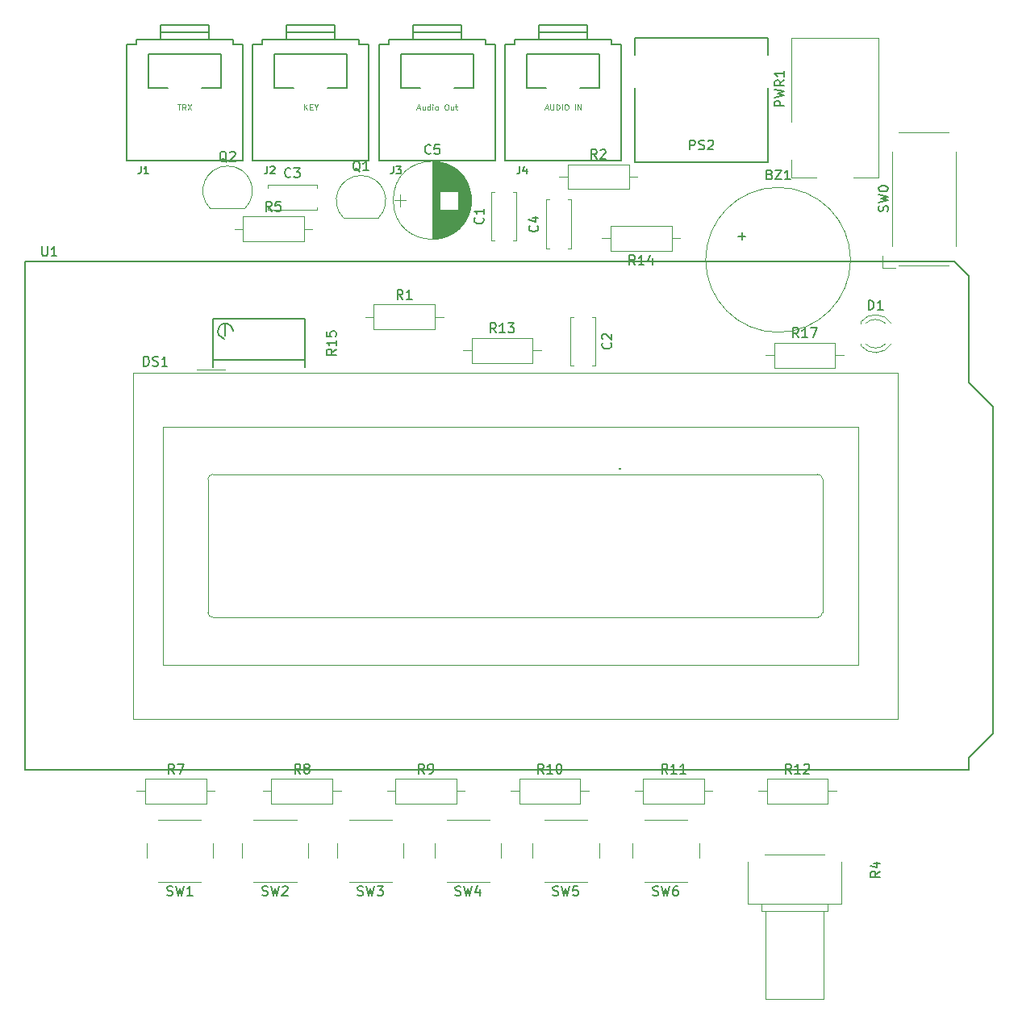
<source format=gto>
G04 #@! TF.FileFunction,Legend,Top*
%FSLAX46Y46*%
G04 Gerber Fmt 4.6, Leading zero omitted, Abs format (unit mm)*
G04 Created by KiCad (PCBNEW 4.0.7-e2-6376~61~ubuntu18.04.1) date Wed Jul 25 19:22:43 2018*
%MOMM*%
%LPD*%
G01*
G04 APERTURE LIST*
%ADD10C,0.100000*%
%ADD11C,0.120000*%
%ADD12C,0.150000*%
G04 APERTURE END LIST*
D10*
D11*
X166650000Y-82250000D02*
G75*
G03X166650000Y-82250000I-7600000J0D01*
G01*
X126840000Y-76000000D02*
G75*
G03X126840000Y-76000000I-4090000J0D01*
G01*
X122750000Y-71950000D02*
X122750000Y-80050000D01*
X122790000Y-71950000D02*
X122790000Y-80050000D01*
X122830000Y-71950000D02*
X122830000Y-80050000D01*
X122870000Y-71951000D02*
X122870000Y-80049000D01*
X122910000Y-71953000D02*
X122910000Y-80047000D01*
X122950000Y-71954000D02*
X122950000Y-80046000D01*
X122990000Y-71957000D02*
X122990000Y-80043000D01*
X123030000Y-71959000D02*
X123030000Y-80041000D01*
X123070000Y-71962000D02*
X123070000Y-80038000D01*
X123110000Y-71965000D02*
X123110000Y-80035000D01*
X123150000Y-71969000D02*
X123150000Y-80031000D01*
X123190000Y-71973000D02*
X123190000Y-80027000D01*
X123230000Y-71978000D02*
X123230000Y-80022000D01*
X123270000Y-71983000D02*
X123270000Y-80017000D01*
X123310000Y-71988000D02*
X123310000Y-80012000D01*
X123350000Y-71994000D02*
X123350000Y-80006000D01*
X123390000Y-72000000D02*
X123390000Y-80000000D01*
X123430000Y-72006000D02*
X123430000Y-79994000D01*
X123471000Y-72013000D02*
X123471000Y-79987000D01*
X123511000Y-72021000D02*
X123511000Y-79979000D01*
X123551000Y-72029000D02*
X123551000Y-75020000D01*
X123551000Y-76980000D02*
X123551000Y-79971000D01*
X123591000Y-72037000D02*
X123591000Y-75020000D01*
X123591000Y-76980000D02*
X123591000Y-79963000D01*
X123631000Y-72045000D02*
X123631000Y-75020000D01*
X123631000Y-76980000D02*
X123631000Y-79955000D01*
X123671000Y-72054000D02*
X123671000Y-75020000D01*
X123671000Y-76980000D02*
X123671000Y-79946000D01*
X123711000Y-72064000D02*
X123711000Y-75020000D01*
X123711000Y-76980000D02*
X123711000Y-79936000D01*
X123751000Y-72074000D02*
X123751000Y-75020000D01*
X123751000Y-76980000D02*
X123751000Y-79926000D01*
X123791000Y-72084000D02*
X123791000Y-75020000D01*
X123791000Y-76980000D02*
X123791000Y-79916000D01*
X123831000Y-72095000D02*
X123831000Y-75020000D01*
X123831000Y-76980000D02*
X123831000Y-79905000D01*
X123871000Y-72106000D02*
X123871000Y-75020000D01*
X123871000Y-76980000D02*
X123871000Y-79894000D01*
X123911000Y-72117000D02*
X123911000Y-75020000D01*
X123911000Y-76980000D02*
X123911000Y-79883000D01*
X123951000Y-72130000D02*
X123951000Y-75020000D01*
X123951000Y-76980000D02*
X123951000Y-79870000D01*
X123991000Y-72142000D02*
X123991000Y-75020000D01*
X123991000Y-76980000D02*
X123991000Y-79858000D01*
X124031000Y-72155000D02*
X124031000Y-75020000D01*
X124031000Y-76980000D02*
X124031000Y-79845000D01*
X124071000Y-72168000D02*
X124071000Y-75020000D01*
X124071000Y-76980000D02*
X124071000Y-79832000D01*
X124111000Y-72182000D02*
X124111000Y-75020000D01*
X124111000Y-76980000D02*
X124111000Y-79818000D01*
X124151000Y-72197000D02*
X124151000Y-75020000D01*
X124151000Y-76980000D02*
X124151000Y-79803000D01*
X124191000Y-72211000D02*
X124191000Y-75020000D01*
X124191000Y-76980000D02*
X124191000Y-79789000D01*
X124231000Y-72227000D02*
X124231000Y-75020000D01*
X124231000Y-76980000D02*
X124231000Y-79773000D01*
X124271000Y-72242000D02*
X124271000Y-75020000D01*
X124271000Y-76980000D02*
X124271000Y-79758000D01*
X124311000Y-72259000D02*
X124311000Y-75020000D01*
X124311000Y-76980000D02*
X124311000Y-79741000D01*
X124351000Y-72275000D02*
X124351000Y-75020000D01*
X124351000Y-76980000D02*
X124351000Y-79725000D01*
X124391000Y-72293000D02*
X124391000Y-75020000D01*
X124391000Y-76980000D02*
X124391000Y-79707000D01*
X124431000Y-72310000D02*
X124431000Y-75020000D01*
X124431000Y-76980000D02*
X124431000Y-79690000D01*
X124471000Y-72329000D02*
X124471000Y-75020000D01*
X124471000Y-76980000D02*
X124471000Y-79671000D01*
X124511000Y-72348000D02*
X124511000Y-75020000D01*
X124511000Y-76980000D02*
X124511000Y-79652000D01*
X124551000Y-72367000D02*
X124551000Y-75020000D01*
X124551000Y-76980000D02*
X124551000Y-79633000D01*
X124591000Y-72387000D02*
X124591000Y-75020000D01*
X124591000Y-76980000D02*
X124591000Y-79613000D01*
X124631000Y-72407000D02*
X124631000Y-75020000D01*
X124631000Y-76980000D02*
X124631000Y-79593000D01*
X124671000Y-72428000D02*
X124671000Y-75020000D01*
X124671000Y-76980000D02*
X124671000Y-79572000D01*
X124711000Y-72450000D02*
X124711000Y-75020000D01*
X124711000Y-76980000D02*
X124711000Y-79550000D01*
X124751000Y-72472000D02*
X124751000Y-75020000D01*
X124751000Y-76980000D02*
X124751000Y-79528000D01*
X124791000Y-72495000D02*
X124791000Y-75020000D01*
X124791000Y-76980000D02*
X124791000Y-79505000D01*
X124831000Y-72518000D02*
X124831000Y-75020000D01*
X124831000Y-76980000D02*
X124831000Y-79482000D01*
X124871000Y-72542000D02*
X124871000Y-75020000D01*
X124871000Y-76980000D02*
X124871000Y-79458000D01*
X124911000Y-72566000D02*
X124911000Y-75020000D01*
X124911000Y-76980000D02*
X124911000Y-79434000D01*
X124951000Y-72592000D02*
X124951000Y-75020000D01*
X124951000Y-76980000D02*
X124951000Y-79408000D01*
X124991000Y-72617000D02*
X124991000Y-75020000D01*
X124991000Y-76980000D02*
X124991000Y-79383000D01*
X125031000Y-72644000D02*
X125031000Y-75020000D01*
X125031000Y-76980000D02*
X125031000Y-79356000D01*
X125071000Y-72671000D02*
X125071000Y-75020000D01*
X125071000Y-76980000D02*
X125071000Y-79329000D01*
X125111000Y-72699000D02*
X125111000Y-75020000D01*
X125111000Y-76980000D02*
X125111000Y-79301000D01*
X125151000Y-72728000D02*
X125151000Y-75020000D01*
X125151000Y-76980000D02*
X125151000Y-79272000D01*
X125191000Y-72757000D02*
X125191000Y-75020000D01*
X125191000Y-76980000D02*
X125191000Y-79243000D01*
X125231000Y-72787000D02*
X125231000Y-75020000D01*
X125231000Y-76980000D02*
X125231000Y-79213000D01*
X125271000Y-72818000D02*
X125271000Y-75020000D01*
X125271000Y-76980000D02*
X125271000Y-79182000D01*
X125311000Y-72850000D02*
X125311000Y-75020000D01*
X125311000Y-76980000D02*
X125311000Y-79150000D01*
X125351000Y-72882000D02*
X125351000Y-75020000D01*
X125351000Y-76980000D02*
X125351000Y-79118000D01*
X125391000Y-72916000D02*
X125391000Y-75020000D01*
X125391000Y-76980000D02*
X125391000Y-79084000D01*
X125431000Y-72950000D02*
X125431000Y-75020000D01*
X125431000Y-76980000D02*
X125431000Y-79050000D01*
X125471000Y-72985000D02*
X125471000Y-75020000D01*
X125471000Y-76980000D02*
X125471000Y-79015000D01*
X125511000Y-73021000D02*
X125511000Y-78979000D01*
X125551000Y-73058000D02*
X125551000Y-78942000D01*
X125591000Y-73096000D02*
X125591000Y-78904000D01*
X125631000Y-73135000D02*
X125631000Y-78865000D01*
X125671000Y-73176000D02*
X125671000Y-78824000D01*
X125711000Y-73217000D02*
X125711000Y-78783000D01*
X125751000Y-73260000D02*
X125751000Y-78740000D01*
X125791000Y-73303000D02*
X125791000Y-78697000D01*
X125831000Y-73348000D02*
X125831000Y-78652000D01*
X125871000Y-73395000D02*
X125871000Y-78605000D01*
X125911000Y-73443000D02*
X125911000Y-78557000D01*
X125951000Y-73492000D02*
X125951000Y-78508000D01*
X125991000Y-73543000D02*
X125991000Y-78457000D01*
X126031000Y-73596000D02*
X126031000Y-78404000D01*
X126071000Y-73651000D02*
X126071000Y-78349000D01*
X126111000Y-73707000D02*
X126111000Y-78293000D01*
X126151000Y-73766000D02*
X126151000Y-78234000D01*
X126191000Y-73827000D02*
X126191000Y-78173000D01*
X126231000Y-73891000D02*
X126231000Y-78109000D01*
X126271000Y-73957000D02*
X126271000Y-78043000D01*
X126311000Y-74026000D02*
X126311000Y-77974000D01*
X126351000Y-74098000D02*
X126351000Y-77902000D01*
X126391000Y-74174000D02*
X126391000Y-77826000D01*
X126431000Y-74255000D02*
X126431000Y-77745000D01*
X126471000Y-74340000D02*
X126471000Y-77660000D01*
X126511000Y-74430000D02*
X126511000Y-77570000D01*
X126551000Y-74527000D02*
X126551000Y-77473000D01*
X126591000Y-74631000D02*
X126591000Y-77369000D01*
X126631000Y-74746000D02*
X126631000Y-77254000D01*
X126671000Y-74873000D02*
X126671000Y-77127000D01*
X126711000Y-75017000D02*
X126711000Y-76983000D01*
X126751000Y-75186000D02*
X126751000Y-76814000D01*
X126791000Y-75402000D02*
X126791000Y-76598000D01*
X126831000Y-75754000D02*
X126831000Y-76246000D01*
X118800000Y-76000000D02*
X120000000Y-76000000D01*
X119400000Y-75350000D02*
X119400000Y-76650000D01*
D12*
X158010400Y-58997600D02*
X158010400Y-60775600D01*
X143989600Y-64230000D02*
X143989600Y-72002400D01*
X143989600Y-72002400D02*
X158010400Y-72002400D01*
X158010400Y-72002400D02*
X158010400Y-64230000D01*
X158010400Y-58997600D02*
X143989600Y-58997600D01*
X143989600Y-58997600D02*
X143989600Y-60775600D01*
D11*
X113470000Y-77850000D02*
X117070000Y-77850000D01*
X113431522Y-77838478D02*
G75*
G02X115270000Y-73400000I1838478J1838478D01*
G01*
X117108478Y-77838478D02*
G75*
G03X115270000Y-73400000I-1838478J1838478D01*
G01*
X99470000Y-76850000D02*
X103070000Y-76850000D01*
X99431522Y-76838478D02*
G75*
G02X101270000Y-72400000I1838478J1838478D01*
G01*
X103108478Y-76838478D02*
G75*
G03X101270000Y-72400000I-1838478J1838478D01*
G01*
X116620000Y-86940000D02*
X116620000Y-89560000D01*
X116620000Y-89560000D02*
X123040000Y-89560000D01*
X123040000Y-89560000D02*
X123040000Y-86940000D01*
X123040000Y-86940000D02*
X116620000Y-86940000D01*
X115730000Y-88250000D02*
X116620000Y-88250000D01*
X123930000Y-88250000D02*
X123040000Y-88250000D01*
X136970000Y-72220000D02*
X136970000Y-74840000D01*
X136970000Y-74840000D02*
X143390000Y-74840000D01*
X143390000Y-74840000D02*
X143390000Y-72220000D01*
X143390000Y-72220000D02*
X136970000Y-72220000D01*
X136080000Y-73530000D02*
X136970000Y-73530000D01*
X144280000Y-73530000D02*
X143390000Y-73530000D01*
X165660000Y-145445000D02*
X165660000Y-149810000D01*
X155840000Y-145445000D02*
X155840000Y-149810000D01*
X163875000Y-144690000D02*
X157625000Y-144690000D01*
X165660000Y-149810000D02*
X155840000Y-149810000D01*
X164210000Y-149810000D02*
X164210000Y-150610000D01*
X157290000Y-149810000D02*
X157290000Y-150610000D01*
X164210000Y-149810000D02*
X157290000Y-149810000D01*
X164210000Y-150610000D02*
X157290000Y-150610000D01*
X163810000Y-150610000D02*
X163810000Y-159810000D01*
X157690000Y-150610000D02*
X157690000Y-159810000D01*
X163810000Y-150610000D02*
X157690000Y-150610000D01*
X163810000Y-159810000D02*
X157690000Y-159810000D01*
X102870000Y-77690000D02*
X102870000Y-80310000D01*
X102870000Y-80310000D02*
X109290000Y-80310000D01*
X109290000Y-80310000D02*
X109290000Y-77690000D01*
X109290000Y-77690000D02*
X102870000Y-77690000D01*
X101980000Y-79000000D02*
X102870000Y-79000000D01*
X110180000Y-79000000D02*
X109290000Y-79000000D01*
X92620000Y-136690000D02*
X92620000Y-139310000D01*
X92620000Y-139310000D02*
X99040000Y-139310000D01*
X99040000Y-139310000D02*
X99040000Y-136690000D01*
X99040000Y-136690000D02*
X92620000Y-136690000D01*
X91730000Y-138000000D02*
X92620000Y-138000000D01*
X99930000Y-138000000D02*
X99040000Y-138000000D01*
X105870000Y-136690000D02*
X105870000Y-139310000D01*
X105870000Y-139310000D02*
X112290000Y-139310000D01*
X112290000Y-139310000D02*
X112290000Y-136690000D01*
X112290000Y-136690000D02*
X105870000Y-136690000D01*
X104980000Y-138000000D02*
X105870000Y-138000000D01*
X113180000Y-138000000D02*
X112290000Y-138000000D01*
X118870000Y-136690000D02*
X118870000Y-139310000D01*
X118870000Y-139310000D02*
X125290000Y-139310000D01*
X125290000Y-139310000D02*
X125290000Y-136690000D01*
X125290000Y-136690000D02*
X118870000Y-136690000D01*
X117980000Y-138000000D02*
X118870000Y-138000000D01*
X126180000Y-138000000D02*
X125290000Y-138000000D01*
X131870000Y-136690000D02*
X131870000Y-139310000D01*
X131870000Y-139310000D02*
X138290000Y-139310000D01*
X138290000Y-139310000D02*
X138290000Y-136690000D01*
X138290000Y-136690000D02*
X131870000Y-136690000D01*
X130980000Y-138000000D02*
X131870000Y-138000000D01*
X139180000Y-138000000D02*
X138290000Y-138000000D01*
X144870000Y-136690000D02*
X144870000Y-139310000D01*
X144870000Y-139310000D02*
X151290000Y-139310000D01*
X151290000Y-139310000D02*
X151290000Y-136690000D01*
X151290000Y-136690000D02*
X144870000Y-136690000D01*
X143980000Y-138000000D02*
X144870000Y-138000000D01*
X152180000Y-138000000D02*
X151290000Y-138000000D01*
X157870000Y-136690000D02*
X157870000Y-139310000D01*
X157870000Y-139310000D02*
X164290000Y-139310000D01*
X164290000Y-139310000D02*
X164290000Y-136690000D01*
X164290000Y-136690000D02*
X157870000Y-136690000D01*
X156980000Y-138000000D02*
X157870000Y-138000000D01*
X165180000Y-138000000D02*
X164290000Y-138000000D01*
X126870000Y-90440000D02*
X126870000Y-93060000D01*
X126870000Y-93060000D02*
X133290000Y-93060000D01*
X133290000Y-93060000D02*
X133290000Y-90440000D01*
X133290000Y-90440000D02*
X126870000Y-90440000D01*
X125980000Y-91750000D02*
X126870000Y-91750000D01*
X134180000Y-91750000D02*
X133290000Y-91750000D01*
X147880000Y-81310000D02*
X147880000Y-78690000D01*
X147880000Y-78690000D02*
X141460000Y-78690000D01*
X141460000Y-78690000D02*
X141460000Y-81310000D01*
X141460000Y-81310000D02*
X147880000Y-81310000D01*
X148770000Y-80000000D02*
X147880000Y-80000000D01*
X140570000Y-80000000D02*
X141460000Y-80000000D01*
X98500000Y-141000000D02*
X94000000Y-141000000D01*
X99750000Y-145000000D02*
X99750000Y-143500000D01*
X94000000Y-147500000D02*
X98500000Y-147500000D01*
X92750000Y-143500000D02*
X92750000Y-145000000D01*
X108500000Y-141000000D02*
X104000000Y-141000000D01*
X109750000Y-145000000D02*
X109750000Y-143500000D01*
X104000000Y-147500000D02*
X108500000Y-147500000D01*
X102750000Y-143500000D02*
X102750000Y-145000000D01*
X118500000Y-141000000D02*
X114000000Y-141000000D01*
X119750000Y-145000000D02*
X119750000Y-143500000D01*
X114000000Y-147500000D02*
X118500000Y-147500000D01*
X112750000Y-143500000D02*
X112750000Y-145000000D01*
X128750000Y-141000000D02*
X124250000Y-141000000D01*
X130000000Y-145000000D02*
X130000000Y-143500000D01*
X124250000Y-147500000D02*
X128750000Y-147500000D01*
X123000000Y-143500000D02*
X123000000Y-145000000D01*
X139000000Y-141000000D02*
X134500000Y-141000000D01*
X140250000Y-145000000D02*
X140250000Y-143500000D01*
X134500000Y-147500000D02*
X139000000Y-147500000D01*
X133250000Y-143500000D02*
X133250000Y-145000000D01*
X149500000Y-141000000D02*
X145000000Y-141000000D01*
X150750000Y-145000000D02*
X150750000Y-143500000D01*
X145000000Y-147500000D02*
X149500000Y-147500000D01*
X143750000Y-143500000D02*
X143750000Y-145000000D01*
D12*
X80000000Y-82410000D02*
X80000000Y-135750000D01*
X179060000Y-95110000D02*
X179060000Y-83934000D01*
X181600000Y-97650000D02*
X179060000Y-95110000D01*
X181600000Y-131940000D02*
X181600000Y-97650000D01*
X179060000Y-134480000D02*
X181600000Y-131940000D01*
X179060000Y-135750000D02*
X179060000Y-134480000D01*
X177536000Y-82410000D02*
X179060000Y-83934000D01*
X80000000Y-135750000D02*
X179060000Y-135750000D01*
X80000000Y-82410000D02*
X177536000Y-82410000D01*
D11*
X160400000Y-67750000D02*
X160400000Y-58950000D01*
X160400000Y-58950000D02*
X169600000Y-58950000D01*
X163100000Y-73650000D02*
X160400000Y-73650000D01*
X160400000Y-73650000D02*
X160400000Y-71750000D01*
X169600000Y-58950000D02*
X169600000Y-73650000D01*
X169600000Y-73650000D02*
X167000000Y-73650000D01*
X128950000Y-80220000D02*
X128950000Y-75100000D01*
X131570000Y-80220000D02*
X131570000Y-75100000D01*
X128950000Y-80220000D02*
X129264000Y-80220000D01*
X131256000Y-80220000D02*
X131570000Y-80220000D01*
X128950000Y-75100000D02*
X129264000Y-75100000D01*
X131256000Y-75100000D02*
X131570000Y-75100000D01*
X139870000Y-88230000D02*
X139870000Y-93350000D01*
X137250000Y-88230000D02*
X137250000Y-93350000D01*
X139870000Y-88230000D02*
X139556000Y-88230000D01*
X137564000Y-88230000D02*
X137250000Y-88230000D01*
X139870000Y-93350000D02*
X139556000Y-93350000D01*
X137564000Y-93350000D02*
X137250000Y-93350000D01*
X105500000Y-74410000D02*
X110620000Y-74410000D01*
X105500000Y-77030000D02*
X110620000Y-77030000D01*
X105500000Y-74410000D02*
X105500000Y-74724000D01*
X105500000Y-76716000D02*
X105500000Y-77030000D01*
X110620000Y-74410000D02*
X110620000Y-74724000D01*
X110620000Y-76716000D02*
X110620000Y-77030000D01*
X134690000Y-81060000D02*
X134690000Y-75940000D01*
X137310000Y-81060000D02*
X137310000Y-75940000D01*
X134690000Y-81060000D02*
X135004000Y-81060000D01*
X136996000Y-81060000D02*
X137310000Y-81060000D01*
X134690000Y-75940000D02*
X135004000Y-75940000D01*
X136996000Y-75940000D02*
X137310000Y-75940000D01*
D12*
X101034000Y-88958000D02*
X101034000Y-90228000D01*
X101821400Y-89707300D02*
X101783300Y-89453300D01*
X101783300Y-89453300D02*
X101605500Y-89173900D01*
X101605500Y-89173900D02*
X101288000Y-88958000D01*
X101288000Y-88958000D02*
X100843500Y-88945300D01*
X100843500Y-88945300D02*
X100487900Y-89148500D01*
X100487900Y-89148500D02*
X100310100Y-89440600D01*
X100310100Y-89440600D02*
X100259300Y-89758100D01*
X100259300Y-89758100D02*
X100360900Y-90164500D01*
X100360900Y-90164500D02*
X100703800Y-90418500D01*
X100703800Y-90418500D02*
X100881600Y-90507400D01*
X109416000Y-92768000D02*
X99764000Y-92768000D01*
X99764000Y-89720000D02*
X99764000Y-88450000D01*
X99764000Y-88450000D02*
X109416000Y-88450000D01*
X109416000Y-88450000D02*
X109416000Y-93530000D01*
X99764000Y-93530000D02*
X99764000Y-90990000D01*
X99764000Y-90990000D02*
X99764000Y-89720000D01*
D11*
X170040000Y-83130000D02*
X170040000Y-81830000D01*
X171340000Y-83130000D02*
X170040000Y-83130000D01*
X177690000Y-70880000D02*
X177690000Y-80780000D01*
X170990000Y-80780000D02*
X170990000Y-70880000D01*
X176940000Y-82830000D02*
X171740000Y-82830000D01*
X171740000Y-68830000D02*
X176940000Y-68830000D01*
X170942335Y-88921392D02*
G75*
G03X167710000Y-88764484I-1672335J-1078608D01*
G01*
X170942335Y-91078608D02*
G75*
G02X167710000Y-91235516I-1672335J1078608D01*
G01*
X170311130Y-88920163D02*
G75*
G03X168229039Y-88920000I-1041130J-1079837D01*
G01*
X170311130Y-91079837D02*
G75*
G02X168229039Y-91080000I-1041130J1079837D01*
G01*
X167710000Y-88764000D02*
X167710000Y-88920000D01*
X167710000Y-91080000D02*
X167710000Y-91236000D01*
X158620000Y-90940000D02*
X158620000Y-93560000D01*
X158620000Y-93560000D02*
X165040000Y-93560000D01*
X165040000Y-93560000D02*
X165040000Y-90940000D01*
X165040000Y-90940000D02*
X158620000Y-90940000D01*
X157730000Y-92250000D02*
X158620000Y-92250000D01*
X165930000Y-92250000D02*
X165040000Y-92250000D01*
X91360000Y-130390000D02*
X171640000Y-130390000D01*
X171640000Y-130390000D02*
X171640000Y-94110000D01*
X171640000Y-94110000D02*
X92160000Y-94110000D01*
X91360000Y-94110000D02*
X91360000Y-130390000D01*
X91370000Y-94110000D02*
X92160000Y-94110000D01*
X98000000Y-93750000D02*
X101000000Y-93750000D01*
X99700000Y-104750000D02*
X163200000Y-104750000D01*
X99200280Y-119249320D02*
X99200280Y-105250000D01*
X163200660Y-119750000D02*
X99700000Y-119750000D01*
X163700000Y-105250000D02*
X163700000Y-119250000D01*
X163700000Y-105250000D02*
G75*
G03X163200000Y-104750000I-500000J0D01*
G01*
X163200660Y-119749700D02*
G75*
G03X163701040Y-119249320I0J500380D01*
G01*
X99200280Y-119249320D02*
G75*
G03X99700660Y-119749700I500380J0D01*
G01*
X99700660Y-104748460D02*
G75*
G03X99200280Y-105248840I0J-500380D01*
G01*
X94500000Y-99750000D02*
X167500000Y-99750000D01*
X167500000Y-99750000D02*
X167500000Y-124750000D01*
X167500000Y-124750000D02*
X94500000Y-124750000D01*
X94500000Y-124750000D02*
X94500000Y-99750000D01*
D12*
X121472000Y-64226000D02*
X119440000Y-64226000D01*
X119440000Y-64226000D02*
X119440000Y-60670000D01*
X119440000Y-60670000D02*
X127060000Y-60670000D01*
X127060000Y-60670000D02*
X127060000Y-64226000D01*
X127060000Y-64226000D02*
X125028000Y-64226000D01*
X118170000Y-59654000D02*
X117154000Y-59654000D01*
X129346000Y-59654000D02*
X128330000Y-59654000D01*
X120710000Y-57622000D02*
X120710000Y-59146000D01*
X125790000Y-59146000D02*
X125790000Y-57622000D01*
X120710000Y-58384000D02*
X125790000Y-58384000D01*
X118170000Y-59654000D02*
X118170000Y-59400000D01*
X118170000Y-59400000D02*
X118170000Y-59146000D01*
X118170000Y-59146000D02*
X128330000Y-59146000D01*
X128330000Y-59146000D02*
X128330000Y-59654000D01*
X120710000Y-57622000D02*
X125790000Y-57622000D01*
X117154000Y-71846000D02*
X117154000Y-59654000D01*
X129346000Y-59654000D02*
X129346000Y-71846000D01*
X129346000Y-71846000D02*
X117154000Y-71846000D01*
X94972000Y-64226000D02*
X92940000Y-64226000D01*
X92940000Y-64226000D02*
X92940000Y-60670000D01*
X92940000Y-60670000D02*
X100560000Y-60670000D01*
X100560000Y-60670000D02*
X100560000Y-64226000D01*
X100560000Y-64226000D02*
X98528000Y-64226000D01*
X91670000Y-59654000D02*
X90654000Y-59654000D01*
X102846000Y-59654000D02*
X101830000Y-59654000D01*
X94210000Y-57622000D02*
X94210000Y-59146000D01*
X99290000Y-59146000D02*
X99290000Y-57622000D01*
X94210000Y-58384000D02*
X99290000Y-58384000D01*
X91670000Y-59654000D02*
X91670000Y-59400000D01*
X91670000Y-59400000D02*
X91670000Y-59146000D01*
X91670000Y-59146000D02*
X101830000Y-59146000D01*
X101830000Y-59146000D02*
X101830000Y-59654000D01*
X94210000Y-57622000D02*
X99290000Y-57622000D01*
X90654000Y-71846000D02*
X90654000Y-59654000D01*
X102846000Y-59654000D02*
X102846000Y-71846000D01*
X102846000Y-71846000D02*
X90654000Y-71846000D01*
X108222000Y-64226000D02*
X106190000Y-64226000D01*
X106190000Y-64226000D02*
X106190000Y-60670000D01*
X106190000Y-60670000D02*
X113810000Y-60670000D01*
X113810000Y-60670000D02*
X113810000Y-64226000D01*
X113810000Y-64226000D02*
X111778000Y-64226000D01*
X104920000Y-59654000D02*
X103904000Y-59654000D01*
X116096000Y-59654000D02*
X115080000Y-59654000D01*
X107460000Y-57622000D02*
X107460000Y-59146000D01*
X112540000Y-59146000D02*
X112540000Y-57622000D01*
X107460000Y-58384000D02*
X112540000Y-58384000D01*
X104920000Y-59654000D02*
X104920000Y-59400000D01*
X104920000Y-59400000D02*
X104920000Y-59146000D01*
X104920000Y-59146000D02*
X115080000Y-59146000D01*
X115080000Y-59146000D02*
X115080000Y-59654000D01*
X107460000Y-57622000D02*
X112540000Y-57622000D01*
X103904000Y-71846000D02*
X103904000Y-59654000D01*
X116096000Y-59654000D02*
X116096000Y-71846000D01*
X116096000Y-71846000D02*
X103904000Y-71846000D01*
X134722000Y-64226000D02*
X132690000Y-64226000D01*
X132690000Y-64226000D02*
X132690000Y-60670000D01*
X132690000Y-60670000D02*
X140310000Y-60670000D01*
X140310000Y-60670000D02*
X140310000Y-64226000D01*
X140310000Y-64226000D02*
X138278000Y-64226000D01*
X131420000Y-59654000D02*
X130404000Y-59654000D01*
X142596000Y-59654000D02*
X141580000Y-59654000D01*
X133960000Y-57622000D02*
X133960000Y-59146000D01*
X139040000Y-59146000D02*
X139040000Y-57622000D01*
X133960000Y-58384000D02*
X139040000Y-58384000D01*
X131420000Y-59654000D02*
X131420000Y-59400000D01*
X131420000Y-59400000D02*
X131420000Y-59146000D01*
X131420000Y-59146000D02*
X141580000Y-59146000D01*
X141580000Y-59146000D02*
X141580000Y-59654000D01*
X133960000Y-57622000D02*
X139040000Y-57622000D01*
X130404000Y-71846000D02*
X130404000Y-59654000D01*
X142596000Y-59654000D02*
X142596000Y-71846000D01*
X142596000Y-71846000D02*
X130404000Y-71846000D01*
X158179048Y-73288571D02*
X158321905Y-73336190D01*
X158369524Y-73383810D01*
X158417143Y-73479048D01*
X158417143Y-73621905D01*
X158369524Y-73717143D01*
X158321905Y-73764762D01*
X158226667Y-73812381D01*
X157845714Y-73812381D01*
X157845714Y-72812381D01*
X158179048Y-72812381D01*
X158274286Y-72860000D01*
X158321905Y-72907619D01*
X158369524Y-73002857D01*
X158369524Y-73098095D01*
X158321905Y-73193333D01*
X158274286Y-73240952D01*
X158179048Y-73288571D01*
X157845714Y-73288571D01*
X158750476Y-72812381D02*
X159417143Y-72812381D01*
X158750476Y-73812381D01*
X159417143Y-73812381D01*
X160321905Y-73812381D02*
X159750476Y-73812381D01*
X160036190Y-73812381D02*
X160036190Y-72812381D01*
X159940952Y-72955238D01*
X159845714Y-73050476D01*
X159750476Y-73098095D01*
X154859048Y-79781429D02*
X155620953Y-79781429D01*
X155240001Y-80162381D02*
X155240001Y-79400476D01*
X122583334Y-71047143D02*
X122535715Y-71094762D01*
X122392858Y-71142381D01*
X122297620Y-71142381D01*
X122154762Y-71094762D01*
X122059524Y-70999524D01*
X122011905Y-70904286D01*
X121964286Y-70713810D01*
X121964286Y-70570952D01*
X122011905Y-70380476D01*
X122059524Y-70285238D01*
X122154762Y-70190000D01*
X122297620Y-70142381D01*
X122392858Y-70142381D01*
X122535715Y-70190000D01*
X122583334Y-70237619D01*
X123488096Y-70142381D02*
X123011905Y-70142381D01*
X122964286Y-70618571D01*
X123011905Y-70570952D01*
X123107143Y-70523333D01*
X123345239Y-70523333D01*
X123440477Y-70570952D01*
X123488096Y-70618571D01*
X123535715Y-70713810D01*
X123535715Y-70951905D01*
X123488096Y-71047143D01*
X123440477Y-71094762D01*
X123345239Y-71142381D01*
X123107143Y-71142381D01*
X123011905Y-71094762D01*
X122964286Y-71047143D01*
X149785714Y-70676781D02*
X149785714Y-69676781D01*
X150166667Y-69676781D01*
X150261905Y-69724400D01*
X150309524Y-69772019D01*
X150357143Y-69867257D01*
X150357143Y-70010114D01*
X150309524Y-70105352D01*
X150261905Y-70152971D01*
X150166667Y-70200590D01*
X149785714Y-70200590D01*
X150738095Y-70629162D02*
X150880952Y-70676781D01*
X151119048Y-70676781D01*
X151214286Y-70629162D01*
X151261905Y-70581543D01*
X151309524Y-70486305D01*
X151309524Y-70391067D01*
X151261905Y-70295829D01*
X151214286Y-70248210D01*
X151119048Y-70200590D01*
X150928571Y-70152971D01*
X150833333Y-70105352D01*
X150785714Y-70057733D01*
X150738095Y-69962495D01*
X150738095Y-69867257D01*
X150785714Y-69772019D01*
X150833333Y-69724400D01*
X150928571Y-69676781D01*
X151166667Y-69676781D01*
X151309524Y-69724400D01*
X151690476Y-69772019D02*
X151738095Y-69724400D01*
X151833333Y-69676781D01*
X152071429Y-69676781D01*
X152166667Y-69724400D01*
X152214286Y-69772019D01*
X152261905Y-69867257D01*
X152261905Y-69962495D01*
X152214286Y-70105352D01*
X151642857Y-70676781D01*
X152261905Y-70676781D01*
X115174762Y-72987619D02*
X115079524Y-72940000D01*
X114984286Y-72844762D01*
X114841429Y-72701905D01*
X114746190Y-72654286D01*
X114650952Y-72654286D01*
X114698571Y-72892381D02*
X114603333Y-72844762D01*
X114508095Y-72749524D01*
X114460476Y-72559048D01*
X114460476Y-72225714D01*
X114508095Y-72035238D01*
X114603333Y-71940000D01*
X114698571Y-71892381D01*
X114889048Y-71892381D01*
X114984286Y-71940000D01*
X115079524Y-72035238D01*
X115127143Y-72225714D01*
X115127143Y-72559048D01*
X115079524Y-72749524D01*
X114984286Y-72844762D01*
X114889048Y-72892381D01*
X114698571Y-72892381D01*
X116079524Y-72892381D02*
X115508095Y-72892381D01*
X115793809Y-72892381D02*
X115793809Y-71892381D01*
X115698571Y-72035238D01*
X115603333Y-72130476D01*
X115508095Y-72178095D01*
X101174762Y-71987619D02*
X101079524Y-71940000D01*
X100984286Y-71844762D01*
X100841429Y-71701905D01*
X100746190Y-71654286D01*
X100650952Y-71654286D01*
X100698571Y-71892381D02*
X100603333Y-71844762D01*
X100508095Y-71749524D01*
X100460476Y-71559048D01*
X100460476Y-71225714D01*
X100508095Y-71035238D01*
X100603333Y-70940000D01*
X100698571Y-70892381D01*
X100889048Y-70892381D01*
X100984286Y-70940000D01*
X101079524Y-71035238D01*
X101127143Y-71225714D01*
X101127143Y-71559048D01*
X101079524Y-71749524D01*
X100984286Y-71844762D01*
X100889048Y-71892381D01*
X100698571Y-71892381D01*
X101508095Y-70987619D02*
X101555714Y-70940000D01*
X101650952Y-70892381D01*
X101889048Y-70892381D01*
X101984286Y-70940000D01*
X102031905Y-70987619D01*
X102079524Y-71082857D01*
X102079524Y-71178095D01*
X102031905Y-71320952D01*
X101460476Y-71892381D01*
X102079524Y-71892381D01*
X119663334Y-86392381D02*
X119330000Y-85916190D01*
X119091905Y-86392381D02*
X119091905Y-85392381D01*
X119472858Y-85392381D01*
X119568096Y-85440000D01*
X119615715Y-85487619D01*
X119663334Y-85582857D01*
X119663334Y-85725714D01*
X119615715Y-85820952D01*
X119568096Y-85868571D01*
X119472858Y-85916190D01*
X119091905Y-85916190D01*
X120615715Y-86392381D02*
X120044286Y-86392381D01*
X120330000Y-86392381D02*
X120330000Y-85392381D01*
X120234762Y-85535238D01*
X120139524Y-85630476D01*
X120044286Y-85678095D01*
X140013334Y-71672381D02*
X139680000Y-71196190D01*
X139441905Y-71672381D02*
X139441905Y-70672381D01*
X139822858Y-70672381D01*
X139918096Y-70720000D01*
X139965715Y-70767619D01*
X140013334Y-70862857D01*
X140013334Y-71005714D01*
X139965715Y-71100952D01*
X139918096Y-71148571D01*
X139822858Y-71196190D01*
X139441905Y-71196190D01*
X140394286Y-70767619D02*
X140441905Y-70720000D01*
X140537143Y-70672381D01*
X140775239Y-70672381D01*
X140870477Y-70720000D01*
X140918096Y-70767619D01*
X140965715Y-70862857D01*
X140965715Y-70958095D01*
X140918096Y-71100952D01*
X140346667Y-71672381D01*
X140965715Y-71672381D01*
X169752381Y-146416666D02*
X169276190Y-146750000D01*
X169752381Y-146988095D02*
X168752381Y-146988095D01*
X168752381Y-146607142D01*
X168800000Y-146511904D01*
X168847619Y-146464285D01*
X168942857Y-146416666D01*
X169085714Y-146416666D01*
X169180952Y-146464285D01*
X169228571Y-146511904D01*
X169276190Y-146607142D01*
X169276190Y-146988095D01*
X169085714Y-145559523D02*
X169752381Y-145559523D01*
X168704762Y-145797619D02*
X169419048Y-146035714D01*
X169419048Y-145416666D01*
X105913334Y-77142381D02*
X105580000Y-76666190D01*
X105341905Y-77142381D02*
X105341905Y-76142381D01*
X105722858Y-76142381D01*
X105818096Y-76190000D01*
X105865715Y-76237619D01*
X105913334Y-76332857D01*
X105913334Y-76475714D01*
X105865715Y-76570952D01*
X105818096Y-76618571D01*
X105722858Y-76666190D01*
X105341905Y-76666190D01*
X106818096Y-76142381D02*
X106341905Y-76142381D01*
X106294286Y-76618571D01*
X106341905Y-76570952D01*
X106437143Y-76523333D01*
X106675239Y-76523333D01*
X106770477Y-76570952D01*
X106818096Y-76618571D01*
X106865715Y-76713810D01*
X106865715Y-76951905D01*
X106818096Y-77047143D01*
X106770477Y-77094762D01*
X106675239Y-77142381D01*
X106437143Y-77142381D01*
X106341905Y-77094762D01*
X106294286Y-77047143D01*
X95663334Y-136142381D02*
X95330000Y-135666190D01*
X95091905Y-136142381D02*
X95091905Y-135142381D01*
X95472858Y-135142381D01*
X95568096Y-135190000D01*
X95615715Y-135237619D01*
X95663334Y-135332857D01*
X95663334Y-135475714D01*
X95615715Y-135570952D01*
X95568096Y-135618571D01*
X95472858Y-135666190D01*
X95091905Y-135666190D01*
X95996667Y-135142381D02*
X96663334Y-135142381D01*
X96234762Y-136142381D01*
X108913334Y-136142381D02*
X108580000Y-135666190D01*
X108341905Y-136142381D02*
X108341905Y-135142381D01*
X108722858Y-135142381D01*
X108818096Y-135190000D01*
X108865715Y-135237619D01*
X108913334Y-135332857D01*
X108913334Y-135475714D01*
X108865715Y-135570952D01*
X108818096Y-135618571D01*
X108722858Y-135666190D01*
X108341905Y-135666190D01*
X109484762Y-135570952D02*
X109389524Y-135523333D01*
X109341905Y-135475714D01*
X109294286Y-135380476D01*
X109294286Y-135332857D01*
X109341905Y-135237619D01*
X109389524Y-135190000D01*
X109484762Y-135142381D01*
X109675239Y-135142381D01*
X109770477Y-135190000D01*
X109818096Y-135237619D01*
X109865715Y-135332857D01*
X109865715Y-135380476D01*
X109818096Y-135475714D01*
X109770477Y-135523333D01*
X109675239Y-135570952D01*
X109484762Y-135570952D01*
X109389524Y-135618571D01*
X109341905Y-135666190D01*
X109294286Y-135761429D01*
X109294286Y-135951905D01*
X109341905Y-136047143D01*
X109389524Y-136094762D01*
X109484762Y-136142381D01*
X109675239Y-136142381D01*
X109770477Y-136094762D01*
X109818096Y-136047143D01*
X109865715Y-135951905D01*
X109865715Y-135761429D01*
X109818096Y-135666190D01*
X109770477Y-135618571D01*
X109675239Y-135570952D01*
X121913334Y-136142381D02*
X121580000Y-135666190D01*
X121341905Y-136142381D02*
X121341905Y-135142381D01*
X121722858Y-135142381D01*
X121818096Y-135190000D01*
X121865715Y-135237619D01*
X121913334Y-135332857D01*
X121913334Y-135475714D01*
X121865715Y-135570952D01*
X121818096Y-135618571D01*
X121722858Y-135666190D01*
X121341905Y-135666190D01*
X122389524Y-136142381D02*
X122580000Y-136142381D01*
X122675239Y-136094762D01*
X122722858Y-136047143D01*
X122818096Y-135904286D01*
X122865715Y-135713810D01*
X122865715Y-135332857D01*
X122818096Y-135237619D01*
X122770477Y-135190000D01*
X122675239Y-135142381D01*
X122484762Y-135142381D01*
X122389524Y-135190000D01*
X122341905Y-135237619D01*
X122294286Y-135332857D01*
X122294286Y-135570952D01*
X122341905Y-135666190D01*
X122389524Y-135713810D01*
X122484762Y-135761429D01*
X122675239Y-135761429D01*
X122770477Y-135713810D01*
X122818096Y-135666190D01*
X122865715Y-135570952D01*
X134437143Y-136142381D02*
X134103809Y-135666190D01*
X133865714Y-136142381D02*
X133865714Y-135142381D01*
X134246667Y-135142381D01*
X134341905Y-135190000D01*
X134389524Y-135237619D01*
X134437143Y-135332857D01*
X134437143Y-135475714D01*
X134389524Y-135570952D01*
X134341905Y-135618571D01*
X134246667Y-135666190D01*
X133865714Y-135666190D01*
X135389524Y-136142381D02*
X134818095Y-136142381D01*
X135103809Y-136142381D02*
X135103809Y-135142381D01*
X135008571Y-135285238D01*
X134913333Y-135380476D01*
X134818095Y-135428095D01*
X136008571Y-135142381D02*
X136103810Y-135142381D01*
X136199048Y-135190000D01*
X136246667Y-135237619D01*
X136294286Y-135332857D01*
X136341905Y-135523333D01*
X136341905Y-135761429D01*
X136294286Y-135951905D01*
X136246667Y-136047143D01*
X136199048Y-136094762D01*
X136103810Y-136142381D01*
X136008571Y-136142381D01*
X135913333Y-136094762D01*
X135865714Y-136047143D01*
X135818095Y-135951905D01*
X135770476Y-135761429D01*
X135770476Y-135523333D01*
X135818095Y-135332857D01*
X135865714Y-135237619D01*
X135913333Y-135190000D01*
X136008571Y-135142381D01*
X147437143Y-136142381D02*
X147103809Y-135666190D01*
X146865714Y-136142381D02*
X146865714Y-135142381D01*
X147246667Y-135142381D01*
X147341905Y-135190000D01*
X147389524Y-135237619D01*
X147437143Y-135332857D01*
X147437143Y-135475714D01*
X147389524Y-135570952D01*
X147341905Y-135618571D01*
X147246667Y-135666190D01*
X146865714Y-135666190D01*
X148389524Y-136142381D02*
X147818095Y-136142381D01*
X148103809Y-136142381D02*
X148103809Y-135142381D01*
X148008571Y-135285238D01*
X147913333Y-135380476D01*
X147818095Y-135428095D01*
X149341905Y-136142381D02*
X148770476Y-136142381D01*
X149056190Y-136142381D02*
X149056190Y-135142381D01*
X148960952Y-135285238D01*
X148865714Y-135380476D01*
X148770476Y-135428095D01*
X160437143Y-136142381D02*
X160103809Y-135666190D01*
X159865714Y-136142381D02*
X159865714Y-135142381D01*
X160246667Y-135142381D01*
X160341905Y-135190000D01*
X160389524Y-135237619D01*
X160437143Y-135332857D01*
X160437143Y-135475714D01*
X160389524Y-135570952D01*
X160341905Y-135618571D01*
X160246667Y-135666190D01*
X159865714Y-135666190D01*
X161389524Y-136142381D02*
X160818095Y-136142381D01*
X161103809Y-136142381D02*
X161103809Y-135142381D01*
X161008571Y-135285238D01*
X160913333Y-135380476D01*
X160818095Y-135428095D01*
X161770476Y-135237619D02*
X161818095Y-135190000D01*
X161913333Y-135142381D01*
X162151429Y-135142381D01*
X162246667Y-135190000D01*
X162294286Y-135237619D01*
X162341905Y-135332857D01*
X162341905Y-135428095D01*
X162294286Y-135570952D01*
X161722857Y-136142381D01*
X162341905Y-136142381D01*
X129437143Y-89892381D02*
X129103809Y-89416190D01*
X128865714Y-89892381D02*
X128865714Y-88892381D01*
X129246667Y-88892381D01*
X129341905Y-88940000D01*
X129389524Y-88987619D01*
X129437143Y-89082857D01*
X129437143Y-89225714D01*
X129389524Y-89320952D01*
X129341905Y-89368571D01*
X129246667Y-89416190D01*
X128865714Y-89416190D01*
X130389524Y-89892381D02*
X129818095Y-89892381D01*
X130103809Y-89892381D02*
X130103809Y-88892381D01*
X130008571Y-89035238D01*
X129913333Y-89130476D01*
X129818095Y-89178095D01*
X130722857Y-88892381D02*
X131341905Y-88892381D01*
X131008571Y-89273333D01*
X131151429Y-89273333D01*
X131246667Y-89320952D01*
X131294286Y-89368571D01*
X131341905Y-89463810D01*
X131341905Y-89701905D01*
X131294286Y-89797143D01*
X131246667Y-89844762D01*
X131151429Y-89892381D01*
X130865714Y-89892381D01*
X130770476Y-89844762D01*
X130722857Y-89797143D01*
X144027143Y-82762381D02*
X143693809Y-82286190D01*
X143455714Y-82762381D02*
X143455714Y-81762381D01*
X143836667Y-81762381D01*
X143931905Y-81810000D01*
X143979524Y-81857619D01*
X144027143Y-81952857D01*
X144027143Y-82095714D01*
X143979524Y-82190952D01*
X143931905Y-82238571D01*
X143836667Y-82286190D01*
X143455714Y-82286190D01*
X144979524Y-82762381D02*
X144408095Y-82762381D01*
X144693809Y-82762381D02*
X144693809Y-81762381D01*
X144598571Y-81905238D01*
X144503333Y-82000476D01*
X144408095Y-82048095D01*
X145836667Y-82095714D02*
X145836667Y-82762381D01*
X145598571Y-81714762D02*
X145360476Y-82429048D01*
X145979524Y-82429048D01*
X94916667Y-148904762D02*
X95059524Y-148952381D01*
X95297620Y-148952381D01*
X95392858Y-148904762D01*
X95440477Y-148857143D01*
X95488096Y-148761905D01*
X95488096Y-148666667D01*
X95440477Y-148571429D01*
X95392858Y-148523810D01*
X95297620Y-148476190D01*
X95107143Y-148428571D01*
X95011905Y-148380952D01*
X94964286Y-148333333D01*
X94916667Y-148238095D01*
X94916667Y-148142857D01*
X94964286Y-148047619D01*
X95011905Y-148000000D01*
X95107143Y-147952381D01*
X95345239Y-147952381D01*
X95488096Y-148000000D01*
X95821429Y-147952381D02*
X96059524Y-148952381D01*
X96250001Y-148238095D01*
X96440477Y-148952381D01*
X96678572Y-147952381D01*
X97583334Y-148952381D02*
X97011905Y-148952381D01*
X97297619Y-148952381D02*
X97297619Y-147952381D01*
X97202381Y-148095238D01*
X97107143Y-148190476D01*
X97011905Y-148238095D01*
X104916667Y-148904762D02*
X105059524Y-148952381D01*
X105297620Y-148952381D01*
X105392858Y-148904762D01*
X105440477Y-148857143D01*
X105488096Y-148761905D01*
X105488096Y-148666667D01*
X105440477Y-148571429D01*
X105392858Y-148523810D01*
X105297620Y-148476190D01*
X105107143Y-148428571D01*
X105011905Y-148380952D01*
X104964286Y-148333333D01*
X104916667Y-148238095D01*
X104916667Y-148142857D01*
X104964286Y-148047619D01*
X105011905Y-148000000D01*
X105107143Y-147952381D01*
X105345239Y-147952381D01*
X105488096Y-148000000D01*
X105821429Y-147952381D02*
X106059524Y-148952381D01*
X106250001Y-148238095D01*
X106440477Y-148952381D01*
X106678572Y-147952381D01*
X107011905Y-148047619D02*
X107059524Y-148000000D01*
X107154762Y-147952381D01*
X107392858Y-147952381D01*
X107488096Y-148000000D01*
X107535715Y-148047619D01*
X107583334Y-148142857D01*
X107583334Y-148238095D01*
X107535715Y-148380952D01*
X106964286Y-148952381D01*
X107583334Y-148952381D01*
X114916667Y-148904762D02*
X115059524Y-148952381D01*
X115297620Y-148952381D01*
X115392858Y-148904762D01*
X115440477Y-148857143D01*
X115488096Y-148761905D01*
X115488096Y-148666667D01*
X115440477Y-148571429D01*
X115392858Y-148523810D01*
X115297620Y-148476190D01*
X115107143Y-148428571D01*
X115011905Y-148380952D01*
X114964286Y-148333333D01*
X114916667Y-148238095D01*
X114916667Y-148142857D01*
X114964286Y-148047619D01*
X115011905Y-148000000D01*
X115107143Y-147952381D01*
X115345239Y-147952381D01*
X115488096Y-148000000D01*
X115821429Y-147952381D02*
X116059524Y-148952381D01*
X116250001Y-148238095D01*
X116440477Y-148952381D01*
X116678572Y-147952381D01*
X116964286Y-147952381D02*
X117583334Y-147952381D01*
X117250000Y-148333333D01*
X117392858Y-148333333D01*
X117488096Y-148380952D01*
X117535715Y-148428571D01*
X117583334Y-148523810D01*
X117583334Y-148761905D01*
X117535715Y-148857143D01*
X117488096Y-148904762D01*
X117392858Y-148952381D01*
X117107143Y-148952381D01*
X117011905Y-148904762D01*
X116964286Y-148857143D01*
X125166667Y-148904762D02*
X125309524Y-148952381D01*
X125547620Y-148952381D01*
X125642858Y-148904762D01*
X125690477Y-148857143D01*
X125738096Y-148761905D01*
X125738096Y-148666667D01*
X125690477Y-148571429D01*
X125642858Y-148523810D01*
X125547620Y-148476190D01*
X125357143Y-148428571D01*
X125261905Y-148380952D01*
X125214286Y-148333333D01*
X125166667Y-148238095D01*
X125166667Y-148142857D01*
X125214286Y-148047619D01*
X125261905Y-148000000D01*
X125357143Y-147952381D01*
X125595239Y-147952381D01*
X125738096Y-148000000D01*
X126071429Y-147952381D02*
X126309524Y-148952381D01*
X126500001Y-148238095D01*
X126690477Y-148952381D01*
X126928572Y-147952381D01*
X127738096Y-148285714D02*
X127738096Y-148952381D01*
X127500000Y-147904762D02*
X127261905Y-148619048D01*
X127880953Y-148619048D01*
X135416667Y-148904762D02*
X135559524Y-148952381D01*
X135797620Y-148952381D01*
X135892858Y-148904762D01*
X135940477Y-148857143D01*
X135988096Y-148761905D01*
X135988096Y-148666667D01*
X135940477Y-148571429D01*
X135892858Y-148523810D01*
X135797620Y-148476190D01*
X135607143Y-148428571D01*
X135511905Y-148380952D01*
X135464286Y-148333333D01*
X135416667Y-148238095D01*
X135416667Y-148142857D01*
X135464286Y-148047619D01*
X135511905Y-148000000D01*
X135607143Y-147952381D01*
X135845239Y-147952381D01*
X135988096Y-148000000D01*
X136321429Y-147952381D02*
X136559524Y-148952381D01*
X136750001Y-148238095D01*
X136940477Y-148952381D01*
X137178572Y-147952381D01*
X138035715Y-147952381D02*
X137559524Y-147952381D01*
X137511905Y-148428571D01*
X137559524Y-148380952D01*
X137654762Y-148333333D01*
X137892858Y-148333333D01*
X137988096Y-148380952D01*
X138035715Y-148428571D01*
X138083334Y-148523810D01*
X138083334Y-148761905D01*
X138035715Y-148857143D01*
X137988096Y-148904762D01*
X137892858Y-148952381D01*
X137654762Y-148952381D01*
X137559524Y-148904762D01*
X137511905Y-148857143D01*
X145916667Y-148904762D02*
X146059524Y-148952381D01*
X146297620Y-148952381D01*
X146392858Y-148904762D01*
X146440477Y-148857143D01*
X146488096Y-148761905D01*
X146488096Y-148666667D01*
X146440477Y-148571429D01*
X146392858Y-148523810D01*
X146297620Y-148476190D01*
X146107143Y-148428571D01*
X146011905Y-148380952D01*
X145964286Y-148333333D01*
X145916667Y-148238095D01*
X145916667Y-148142857D01*
X145964286Y-148047619D01*
X146011905Y-148000000D01*
X146107143Y-147952381D01*
X146345239Y-147952381D01*
X146488096Y-148000000D01*
X146821429Y-147952381D02*
X147059524Y-148952381D01*
X147250001Y-148238095D01*
X147440477Y-148952381D01*
X147678572Y-147952381D01*
X148488096Y-147952381D02*
X148297619Y-147952381D01*
X148202381Y-148000000D01*
X148154762Y-148047619D01*
X148059524Y-148190476D01*
X148011905Y-148380952D01*
X148011905Y-148761905D01*
X148059524Y-148857143D01*
X148107143Y-148904762D01*
X148202381Y-148952381D01*
X148392858Y-148952381D01*
X148488096Y-148904762D01*
X148535715Y-148857143D01*
X148583334Y-148761905D01*
X148583334Y-148523810D01*
X148535715Y-148428571D01*
X148488096Y-148380952D01*
X148392858Y-148333333D01*
X148202381Y-148333333D01*
X148107143Y-148380952D01*
X148059524Y-148428571D01*
X148011905Y-148523810D01*
X81778095Y-80846381D02*
X81778095Y-81655905D01*
X81825714Y-81751143D01*
X81873333Y-81798762D01*
X81968571Y-81846381D01*
X82159048Y-81846381D01*
X82254286Y-81798762D01*
X82301905Y-81751143D01*
X82349524Y-81655905D01*
X82349524Y-80846381D01*
X83349524Y-81846381D02*
X82778095Y-81846381D01*
X83063809Y-81846381D02*
X83063809Y-80846381D01*
X82968571Y-80989238D01*
X82873333Y-81084476D01*
X82778095Y-81132095D01*
X142484000Y-104103143D02*
X142531619Y-104150762D01*
X142484000Y-104198381D01*
X142436381Y-104150762D01*
X142484000Y-104103143D01*
X142484000Y-104198381D01*
X159702381Y-66109524D02*
X158702381Y-66109524D01*
X158702381Y-65728571D01*
X158750000Y-65633333D01*
X158797619Y-65585714D01*
X158892857Y-65538095D01*
X159035714Y-65538095D01*
X159130952Y-65585714D01*
X159178571Y-65633333D01*
X159226190Y-65728571D01*
X159226190Y-66109524D01*
X158702381Y-65204762D02*
X159702381Y-64966667D01*
X158988095Y-64776190D01*
X159702381Y-64585714D01*
X158702381Y-64347619D01*
X159702381Y-63395238D02*
X159226190Y-63728572D01*
X159702381Y-63966667D02*
X158702381Y-63966667D01*
X158702381Y-63585714D01*
X158750000Y-63490476D01*
X158797619Y-63442857D01*
X158892857Y-63395238D01*
X159035714Y-63395238D01*
X159130952Y-63442857D01*
X159178571Y-63490476D01*
X159226190Y-63585714D01*
X159226190Y-63966667D01*
X159702381Y-62442857D02*
X159702381Y-63014286D01*
X159702381Y-62728572D02*
X158702381Y-62728572D01*
X158845238Y-62823810D01*
X158940476Y-62919048D01*
X158988095Y-63014286D01*
X128057143Y-77826666D02*
X128104762Y-77874285D01*
X128152381Y-78017142D01*
X128152381Y-78112380D01*
X128104762Y-78255238D01*
X128009524Y-78350476D01*
X127914286Y-78398095D01*
X127723810Y-78445714D01*
X127580952Y-78445714D01*
X127390476Y-78398095D01*
X127295238Y-78350476D01*
X127200000Y-78255238D01*
X127152381Y-78112380D01*
X127152381Y-78017142D01*
X127200000Y-77874285D01*
X127247619Y-77826666D01*
X128152381Y-76874285D02*
X128152381Y-77445714D01*
X128152381Y-77160000D02*
X127152381Y-77160000D01*
X127295238Y-77255238D01*
X127390476Y-77350476D01*
X127438095Y-77445714D01*
X141477143Y-90956666D02*
X141524762Y-91004285D01*
X141572381Y-91147142D01*
X141572381Y-91242380D01*
X141524762Y-91385238D01*
X141429524Y-91480476D01*
X141334286Y-91528095D01*
X141143810Y-91575714D01*
X141000952Y-91575714D01*
X140810476Y-91528095D01*
X140715238Y-91480476D01*
X140620000Y-91385238D01*
X140572381Y-91242380D01*
X140572381Y-91147142D01*
X140620000Y-91004285D01*
X140667619Y-90956666D01*
X140667619Y-90575714D02*
X140620000Y-90528095D01*
X140572381Y-90432857D01*
X140572381Y-90194761D01*
X140620000Y-90099523D01*
X140667619Y-90051904D01*
X140762857Y-90004285D01*
X140858095Y-90004285D01*
X141000952Y-90051904D01*
X141572381Y-90623333D01*
X141572381Y-90004285D01*
X107893334Y-73517143D02*
X107845715Y-73564762D01*
X107702858Y-73612381D01*
X107607620Y-73612381D01*
X107464762Y-73564762D01*
X107369524Y-73469524D01*
X107321905Y-73374286D01*
X107274286Y-73183810D01*
X107274286Y-73040952D01*
X107321905Y-72850476D01*
X107369524Y-72755238D01*
X107464762Y-72660000D01*
X107607620Y-72612381D01*
X107702858Y-72612381D01*
X107845715Y-72660000D01*
X107893334Y-72707619D01*
X108226667Y-72612381D02*
X108845715Y-72612381D01*
X108512381Y-72993333D01*
X108655239Y-72993333D01*
X108750477Y-73040952D01*
X108798096Y-73088571D01*
X108845715Y-73183810D01*
X108845715Y-73421905D01*
X108798096Y-73517143D01*
X108750477Y-73564762D01*
X108655239Y-73612381D01*
X108369524Y-73612381D01*
X108274286Y-73564762D01*
X108226667Y-73517143D01*
X133797143Y-78666666D02*
X133844762Y-78714285D01*
X133892381Y-78857142D01*
X133892381Y-78952380D01*
X133844762Y-79095238D01*
X133749524Y-79190476D01*
X133654286Y-79238095D01*
X133463810Y-79285714D01*
X133320952Y-79285714D01*
X133130476Y-79238095D01*
X133035238Y-79190476D01*
X132940000Y-79095238D01*
X132892381Y-78952380D01*
X132892381Y-78857142D01*
X132940000Y-78714285D01*
X132987619Y-78666666D01*
X133225714Y-77809523D02*
X133892381Y-77809523D01*
X132844762Y-78047619D02*
X133559048Y-78285714D01*
X133559048Y-77666666D01*
X112662381Y-91632857D02*
X112186190Y-91966191D01*
X112662381Y-92204286D02*
X111662381Y-92204286D01*
X111662381Y-91823333D01*
X111710000Y-91728095D01*
X111757619Y-91680476D01*
X111852857Y-91632857D01*
X111995714Y-91632857D01*
X112090952Y-91680476D01*
X112138571Y-91728095D01*
X112186190Y-91823333D01*
X112186190Y-92204286D01*
X112662381Y-90680476D02*
X112662381Y-91251905D01*
X112662381Y-90966191D02*
X111662381Y-90966191D01*
X111805238Y-91061429D01*
X111900476Y-91156667D01*
X111948095Y-91251905D01*
X111662381Y-89775714D02*
X111662381Y-90251905D01*
X112138571Y-90299524D01*
X112090952Y-90251905D01*
X112043333Y-90156667D01*
X112043333Y-89918571D01*
X112090952Y-89823333D01*
X112138571Y-89775714D01*
X112233810Y-89728095D01*
X112471905Y-89728095D01*
X112567143Y-89775714D01*
X112614762Y-89823333D01*
X112662381Y-89918571D01*
X112662381Y-90156667D01*
X112614762Y-90251905D01*
X112567143Y-90299524D01*
X170544762Y-77163333D02*
X170592381Y-77020476D01*
X170592381Y-76782380D01*
X170544762Y-76687142D01*
X170497143Y-76639523D01*
X170401905Y-76591904D01*
X170306667Y-76591904D01*
X170211429Y-76639523D01*
X170163810Y-76687142D01*
X170116190Y-76782380D01*
X170068571Y-76972857D01*
X170020952Y-77068095D01*
X169973333Y-77115714D01*
X169878095Y-77163333D01*
X169782857Y-77163333D01*
X169687619Y-77115714D01*
X169640000Y-77068095D01*
X169592381Y-76972857D01*
X169592381Y-76734761D01*
X169640000Y-76591904D01*
X169592381Y-76258571D02*
X170592381Y-76020476D01*
X169878095Y-75829999D01*
X170592381Y-75639523D01*
X169592381Y-75401428D01*
X169592381Y-74830000D02*
X169592381Y-74734761D01*
X169640000Y-74639523D01*
X169687619Y-74591904D01*
X169782857Y-74544285D01*
X169973333Y-74496666D01*
X170211429Y-74496666D01*
X170401905Y-74544285D01*
X170497143Y-74591904D01*
X170544762Y-74639523D01*
X170592381Y-74734761D01*
X170592381Y-74830000D01*
X170544762Y-74925238D01*
X170497143Y-74972857D01*
X170401905Y-75020476D01*
X170211429Y-75068095D01*
X169973333Y-75068095D01*
X169782857Y-75020476D01*
X169687619Y-74972857D01*
X169640000Y-74925238D01*
X169592381Y-74830000D01*
X168531905Y-87492381D02*
X168531905Y-86492381D01*
X168770000Y-86492381D01*
X168912858Y-86540000D01*
X169008096Y-86635238D01*
X169055715Y-86730476D01*
X169103334Y-86920952D01*
X169103334Y-87063810D01*
X169055715Y-87254286D01*
X169008096Y-87349524D01*
X168912858Y-87444762D01*
X168770000Y-87492381D01*
X168531905Y-87492381D01*
X170055715Y-87492381D02*
X169484286Y-87492381D01*
X169770000Y-87492381D02*
X169770000Y-86492381D01*
X169674762Y-86635238D01*
X169579524Y-86730476D01*
X169484286Y-86778095D01*
X161187143Y-90392381D02*
X160853809Y-89916190D01*
X160615714Y-90392381D02*
X160615714Y-89392381D01*
X160996667Y-89392381D01*
X161091905Y-89440000D01*
X161139524Y-89487619D01*
X161187143Y-89582857D01*
X161187143Y-89725714D01*
X161139524Y-89820952D01*
X161091905Y-89868571D01*
X160996667Y-89916190D01*
X160615714Y-89916190D01*
X162139524Y-90392381D02*
X161568095Y-90392381D01*
X161853809Y-90392381D02*
X161853809Y-89392381D01*
X161758571Y-89535238D01*
X161663333Y-89630476D01*
X161568095Y-89678095D01*
X162472857Y-89392381D02*
X163139524Y-89392381D01*
X162710952Y-90392381D01*
X92465714Y-93392381D02*
X92465714Y-92392381D01*
X92703809Y-92392381D01*
X92846667Y-92440000D01*
X92941905Y-92535238D01*
X92989524Y-92630476D01*
X93037143Y-92820952D01*
X93037143Y-92963810D01*
X92989524Y-93154286D01*
X92941905Y-93249524D01*
X92846667Y-93344762D01*
X92703809Y-93392381D01*
X92465714Y-93392381D01*
X93418095Y-93344762D02*
X93560952Y-93392381D01*
X93799048Y-93392381D01*
X93894286Y-93344762D01*
X93941905Y-93297143D01*
X93989524Y-93201905D01*
X93989524Y-93106667D01*
X93941905Y-93011429D01*
X93894286Y-92963810D01*
X93799048Y-92916190D01*
X93608571Y-92868571D01*
X93513333Y-92820952D01*
X93465714Y-92773333D01*
X93418095Y-92678095D01*
X93418095Y-92582857D01*
X93465714Y-92487619D01*
X93513333Y-92440000D01*
X93608571Y-92392381D01*
X93846667Y-92392381D01*
X93989524Y-92440000D01*
X94941905Y-93392381D02*
X94370476Y-93392381D01*
X94656190Y-93392381D02*
X94656190Y-92392381D01*
X94560952Y-92535238D01*
X94465714Y-92630476D01*
X94370476Y-92678095D01*
X118665334Y-72423905D02*
X118665334Y-72995333D01*
X118627238Y-73109619D01*
X118551048Y-73185810D01*
X118436762Y-73223905D01*
X118360572Y-73223905D01*
X118970096Y-72423905D02*
X119465334Y-72423905D01*
X119198667Y-72728667D01*
X119312953Y-72728667D01*
X119389143Y-72766762D01*
X119427239Y-72804857D01*
X119465334Y-72881048D01*
X119465334Y-73071524D01*
X119427239Y-73147714D01*
X119389143Y-73185810D01*
X119312953Y-73223905D01*
X119084381Y-73223905D01*
X119008191Y-73185810D01*
X118970096Y-73147714D01*
D10*
X121164287Y-66358000D02*
X121450001Y-66358000D01*
X121107144Y-66529429D02*
X121307144Y-65929429D01*
X121507144Y-66529429D01*
X121964287Y-66129429D02*
X121964287Y-66529429D01*
X121707144Y-66129429D02*
X121707144Y-66443714D01*
X121735716Y-66500857D01*
X121792858Y-66529429D01*
X121878573Y-66529429D01*
X121935716Y-66500857D01*
X121964287Y-66472286D01*
X122507144Y-66529429D02*
X122507144Y-65929429D01*
X122507144Y-66500857D02*
X122450001Y-66529429D01*
X122335715Y-66529429D01*
X122278573Y-66500857D01*
X122250001Y-66472286D01*
X122221430Y-66415143D01*
X122221430Y-66243714D01*
X122250001Y-66186571D01*
X122278573Y-66158000D01*
X122335715Y-66129429D01*
X122450001Y-66129429D01*
X122507144Y-66158000D01*
X122792858Y-66529429D02*
X122792858Y-66129429D01*
X122792858Y-65929429D02*
X122764287Y-65958000D01*
X122792858Y-65986571D01*
X122821430Y-65958000D01*
X122792858Y-65929429D01*
X122792858Y-65986571D01*
X123164286Y-66529429D02*
X123107144Y-66500857D01*
X123078572Y-66472286D01*
X123050001Y-66415143D01*
X123050001Y-66243714D01*
X123078572Y-66186571D01*
X123107144Y-66158000D01*
X123164286Y-66129429D01*
X123250001Y-66129429D01*
X123307144Y-66158000D01*
X123335715Y-66186571D01*
X123364286Y-66243714D01*
X123364286Y-66415143D01*
X123335715Y-66472286D01*
X123307144Y-66500857D01*
X123250001Y-66529429D01*
X123164286Y-66529429D01*
X124192858Y-65929429D02*
X124307144Y-65929429D01*
X124364286Y-65958000D01*
X124421429Y-66015143D01*
X124450001Y-66129429D01*
X124450001Y-66329429D01*
X124421429Y-66443714D01*
X124364286Y-66500857D01*
X124307144Y-66529429D01*
X124192858Y-66529429D01*
X124135715Y-66500857D01*
X124078572Y-66443714D01*
X124050001Y-66329429D01*
X124050001Y-66129429D01*
X124078572Y-66015143D01*
X124135715Y-65958000D01*
X124192858Y-65929429D01*
X124964286Y-66129429D02*
X124964286Y-66529429D01*
X124707143Y-66129429D02*
X124707143Y-66443714D01*
X124735715Y-66500857D01*
X124792857Y-66529429D01*
X124878572Y-66529429D01*
X124935715Y-66500857D01*
X124964286Y-66472286D01*
X125164286Y-66129429D02*
X125392857Y-66129429D01*
X125250000Y-65929429D02*
X125250000Y-66443714D01*
X125278572Y-66500857D01*
X125335714Y-66529429D01*
X125392857Y-66529429D01*
D12*
X92165334Y-72423905D02*
X92165334Y-72995333D01*
X92127238Y-73109619D01*
X92051048Y-73185810D01*
X91936762Y-73223905D01*
X91860572Y-73223905D01*
X92965334Y-73223905D02*
X92508191Y-73223905D01*
X92736762Y-73223905D02*
X92736762Y-72423905D01*
X92660572Y-72538190D01*
X92584381Y-72614381D01*
X92508191Y-72652476D01*
D10*
X95992857Y-65929429D02*
X96335714Y-65929429D01*
X96164285Y-66529429D02*
X96164285Y-65929429D01*
X96878571Y-66529429D02*
X96678571Y-66243714D01*
X96535714Y-66529429D02*
X96535714Y-65929429D01*
X96764286Y-65929429D01*
X96821428Y-65958000D01*
X96850000Y-65986571D01*
X96878571Y-66043714D01*
X96878571Y-66129429D01*
X96850000Y-66186571D01*
X96821428Y-66215143D01*
X96764286Y-66243714D01*
X96535714Y-66243714D01*
X97078571Y-65929429D02*
X97478571Y-66529429D01*
X97478571Y-65929429D02*
X97078571Y-66529429D01*
D12*
X105415334Y-72423905D02*
X105415334Y-72995333D01*
X105377238Y-73109619D01*
X105301048Y-73185810D01*
X105186762Y-73223905D01*
X105110572Y-73223905D01*
X105758191Y-72500095D02*
X105796286Y-72462000D01*
X105872477Y-72423905D01*
X106062953Y-72423905D01*
X106139143Y-72462000D01*
X106177239Y-72500095D01*
X106215334Y-72576286D01*
X106215334Y-72652476D01*
X106177239Y-72766762D01*
X105720096Y-73223905D01*
X106215334Y-73223905D01*
D10*
X109314286Y-66529429D02*
X109314286Y-65929429D01*
X109657143Y-66529429D02*
X109400000Y-66186571D01*
X109657143Y-65929429D02*
X109314286Y-66272286D01*
X109914286Y-66215143D02*
X110114286Y-66215143D01*
X110200000Y-66529429D02*
X109914286Y-66529429D01*
X109914286Y-65929429D01*
X110200000Y-65929429D01*
X110571429Y-66243714D02*
X110571429Y-66529429D01*
X110371429Y-65929429D02*
X110571429Y-66243714D01*
X110771429Y-65929429D01*
D12*
X131915334Y-72423905D02*
X131915334Y-72995333D01*
X131877238Y-73109619D01*
X131801048Y-73185810D01*
X131686762Y-73223905D01*
X131610572Y-73223905D01*
X132639143Y-72690571D02*
X132639143Y-73223905D01*
X132448667Y-72385810D02*
X132258191Y-72957238D01*
X132753429Y-72957238D01*
D10*
X134600001Y-66358000D02*
X134885715Y-66358000D01*
X134542858Y-66529429D02*
X134742858Y-65929429D01*
X134942858Y-66529429D01*
X135142858Y-65929429D02*
X135142858Y-66415143D01*
X135171430Y-66472286D01*
X135200001Y-66500857D01*
X135257144Y-66529429D01*
X135371430Y-66529429D01*
X135428572Y-66500857D01*
X135457144Y-66472286D01*
X135485715Y-66415143D01*
X135485715Y-65929429D01*
X135771429Y-66529429D02*
X135771429Y-65929429D01*
X135914286Y-65929429D01*
X136000001Y-65958000D01*
X136057143Y-66015143D01*
X136085715Y-66072286D01*
X136114286Y-66186571D01*
X136114286Y-66272286D01*
X136085715Y-66386571D01*
X136057143Y-66443714D01*
X136000001Y-66500857D01*
X135914286Y-66529429D01*
X135771429Y-66529429D01*
X136371429Y-66529429D02*
X136371429Y-65929429D01*
X136771429Y-65929429D02*
X136885715Y-65929429D01*
X136942857Y-65958000D01*
X137000000Y-66015143D01*
X137028572Y-66129429D01*
X137028572Y-66329429D01*
X137000000Y-66443714D01*
X136942857Y-66500857D01*
X136885715Y-66529429D01*
X136771429Y-66529429D01*
X136714286Y-66500857D01*
X136657143Y-66443714D01*
X136628572Y-66329429D01*
X136628572Y-66129429D01*
X136657143Y-66015143D01*
X136714286Y-65958000D01*
X136771429Y-65929429D01*
X137742857Y-66529429D02*
X137742857Y-65929429D01*
X138028571Y-66529429D02*
X138028571Y-65929429D01*
X138371428Y-66529429D01*
X138371428Y-65929429D01*
M02*

</source>
